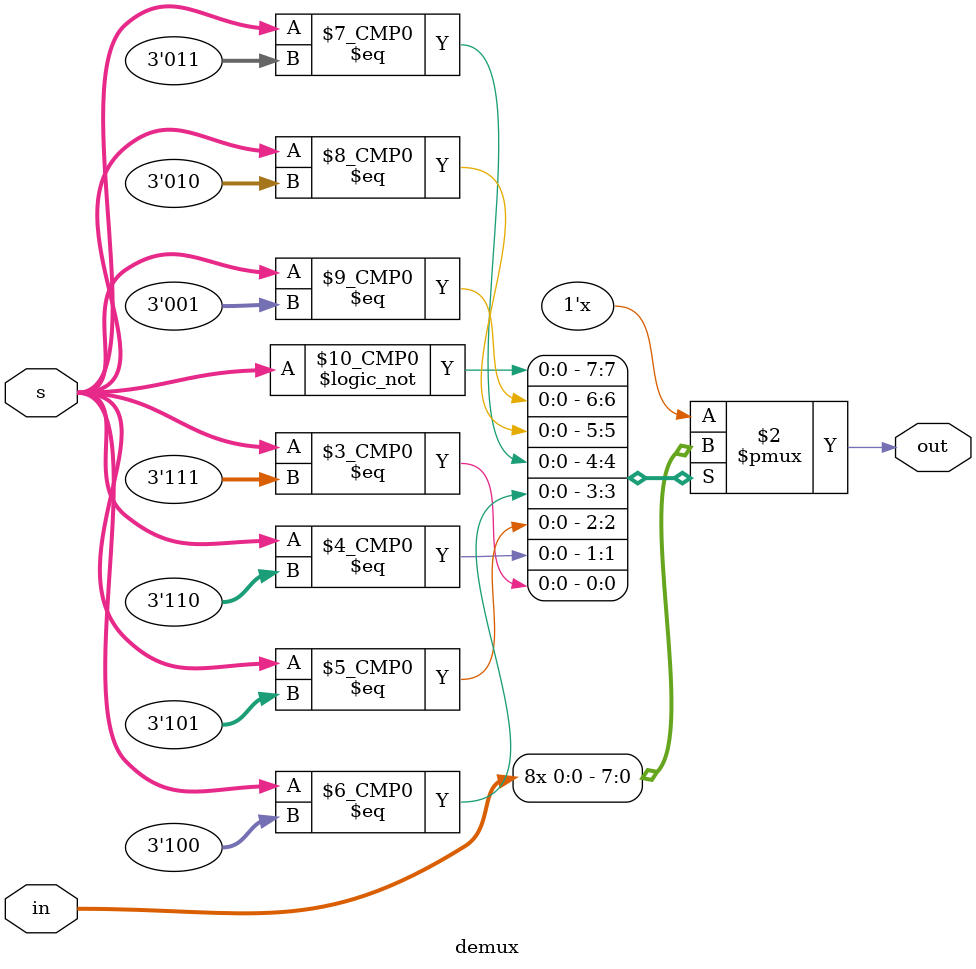
<source format=v>
`timescale 1ns / 1ps

module demux(
    input in,
    input [2:0]s,
    output reg out
    );
   always@(*)
   begin
   case(s)
   3'b000:out=in;
   3'b001:out=in;
   3'b010:out=in;
   3'b011:out=in;
   3'b100:out=in;
   3'b101:out=in;
   3'b110:out=in;
   3'b111:out=in;
   endcase
   end
endmodule

</source>
